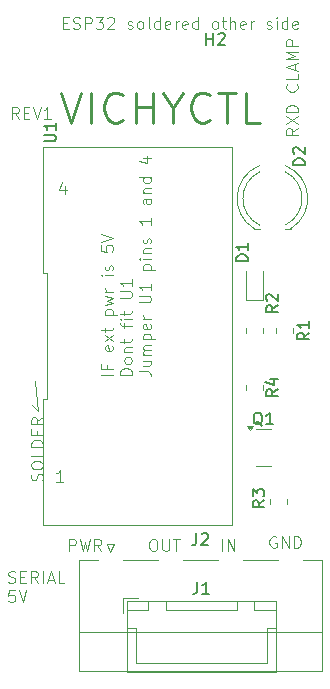
<source format=gbr>
%TF.GenerationSoftware,KiCad,Pcbnew,8.0.8+1*%
%TF.CreationDate,2025-02-28T13:13:44+11:00*%
%TF.ProjectId,vichyctl,76696368-7963-4746-9c2e-6b696361645f,rev?*%
%TF.SameCoordinates,Original*%
%TF.FileFunction,Legend,Top*%
%TF.FilePolarity,Positive*%
%FSLAX46Y46*%
G04 Gerber Fmt 4.6, Leading zero omitted, Abs format (unit mm)*
G04 Created by KiCad (PCBNEW 8.0.8+1) date 2025-02-28 13:13:44*
%MOMM*%
%LPD*%
G01*
G04 APERTURE LIST*
%ADD10C,0.100000*%
%ADD11C,0.254000*%
%ADD12C,0.150000*%
%ADD13C,0.120000*%
G04 APERTURE END LIST*
D10*
X122428000Y-75184000D02*
X122936000Y-75692000D01*
X122682000Y-73152000D02*
X122936000Y-75692000D01*
X121271312Y-50926419D02*
X120937979Y-50450228D01*
X120699884Y-50926419D02*
X120699884Y-49926419D01*
X120699884Y-49926419D02*
X121080836Y-49926419D01*
X121080836Y-49926419D02*
X121176074Y-49974038D01*
X121176074Y-49974038D02*
X121223693Y-50021657D01*
X121223693Y-50021657D02*
X121271312Y-50116895D01*
X121271312Y-50116895D02*
X121271312Y-50259752D01*
X121271312Y-50259752D02*
X121223693Y-50354990D01*
X121223693Y-50354990D02*
X121176074Y-50402609D01*
X121176074Y-50402609D02*
X121080836Y-50450228D01*
X121080836Y-50450228D02*
X120699884Y-50450228D01*
X121699884Y-50402609D02*
X122033217Y-50402609D01*
X122176074Y-50926419D02*
X121699884Y-50926419D01*
X121699884Y-50926419D02*
X121699884Y-49926419D01*
X121699884Y-49926419D02*
X122176074Y-49926419D01*
X122461789Y-49926419D02*
X122795122Y-50926419D01*
X122795122Y-50926419D02*
X123128455Y-49926419D01*
X123985598Y-50926419D02*
X123414170Y-50926419D01*
X123699884Y-50926419D02*
X123699884Y-49926419D01*
X123699884Y-49926419D02*
X123604646Y-50069276D01*
X123604646Y-50069276D02*
X123509408Y-50164514D01*
X123509408Y-50164514D02*
X123414170Y-50212133D01*
X125033693Y-81660419D02*
X124462265Y-81660419D01*
X124747979Y-81660419D02*
X124747979Y-80660419D01*
X124747979Y-80660419D02*
X124652741Y-80803276D01*
X124652741Y-80803276D02*
X124557503Y-80898514D01*
X124557503Y-80898514D02*
X124462265Y-80946133D01*
X143067693Y-86296038D02*
X142972455Y-86248419D01*
X142972455Y-86248419D02*
X142829598Y-86248419D01*
X142829598Y-86248419D02*
X142686741Y-86296038D01*
X142686741Y-86296038D02*
X142591503Y-86391276D01*
X142591503Y-86391276D02*
X142543884Y-86486514D01*
X142543884Y-86486514D02*
X142496265Y-86676990D01*
X142496265Y-86676990D02*
X142496265Y-86819847D01*
X142496265Y-86819847D02*
X142543884Y-87010323D01*
X142543884Y-87010323D02*
X142591503Y-87105561D01*
X142591503Y-87105561D02*
X142686741Y-87200800D01*
X142686741Y-87200800D02*
X142829598Y-87248419D01*
X142829598Y-87248419D02*
X142924836Y-87248419D01*
X142924836Y-87248419D02*
X143067693Y-87200800D01*
X143067693Y-87200800D02*
X143115312Y-87153180D01*
X143115312Y-87153180D02*
X143115312Y-86819847D01*
X143115312Y-86819847D02*
X142924836Y-86819847D01*
X143543884Y-87248419D02*
X143543884Y-86248419D01*
X143543884Y-86248419D02*
X144115312Y-87248419D01*
X144115312Y-87248419D02*
X144115312Y-86248419D01*
X144591503Y-87248419D02*
X144591503Y-86248419D01*
X144591503Y-86248419D02*
X144829598Y-86248419D01*
X144829598Y-86248419D02*
X144972455Y-86296038D01*
X144972455Y-86296038D02*
X145067693Y-86391276D01*
X145067693Y-86391276D02*
X145115312Y-86486514D01*
X145115312Y-86486514D02*
X145162931Y-86676990D01*
X145162931Y-86676990D02*
X145162931Y-86819847D01*
X145162931Y-86819847D02*
X145115312Y-87010323D01*
X145115312Y-87010323D02*
X145067693Y-87105561D01*
X145067693Y-87105561D02*
X144972455Y-87200800D01*
X144972455Y-87200800D02*
X144829598Y-87248419D01*
X144829598Y-87248419D02*
X144591503Y-87248419D01*
X125192455Y-56609752D02*
X125192455Y-57276419D01*
X124954360Y-56228800D02*
X124716265Y-56943085D01*
X124716265Y-56943085D02*
X125335312Y-56943085D01*
X129240531Y-72594115D02*
X128240531Y-72594115D01*
X128716721Y-71784592D02*
X128716721Y-72117925D01*
X129240531Y-72117925D02*
X128240531Y-72117925D01*
X128240531Y-72117925D02*
X128240531Y-71641735D01*
X129192912Y-70117925D02*
X129240531Y-70213163D01*
X129240531Y-70213163D02*
X129240531Y-70403639D01*
X129240531Y-70403639D02*
X129192912Y-70498877D01*
X129192912Y-70498877D02*
X129097673Y-70546496D01*
X129097673Y-70546496D02*
X128716721Y-70546496D01*
X128716721Y-70546496D02*
X128621483Y-70498877D01*
X128621483Y-70498877D02*
X128573864Y-70403639D01*
X128573864Y-70403639D02*
X128573864Y-70213163D01*
X128573864Y-70213163D02*
X128621483Y-70117925D01*
X128621483Y-70117925D02*
X128716721Y-70070306D01*
X128716721Y-70070306D02*
X128811959Y-70070306D01*
X128811959Y-70070306D02*
X128907197Y-70546496D01*
X129240531Y-69736972D02*
X128573864Y-69213163D01*
X128573864Y-69736972D02*
X129240531Y-69213163D01*
X128573864Y-68975067D02*
X128573864Y-68594115D01*
X128240531Y-68832210D02*
X129097673Y-68832210D01*
X129097673Y-68832210D02*
X129192912Y-68784591D01*
X129192912Y-68784591D02*
X129240531Y-68689353D01*
X129240531Y-68689353D02*
X129240531Y-68594115D01*
X128573864Y-67498876D02*
X129573864Y-67498876D01*
X128621483Y-67498876D02*
X128573864Y-67403638D01*
X128573864Y-67403638D02*
X128573864Y-67213162D01*
X128573864Y-67213162D02*
X128621483Y-67117924D01*
X128621483Y-67117924D02*
X128669102Y-67070305D01*
X128669102Y-67070305D02*
X128764340Y-67022686D01*
X128764340Y-67022686D02*
X129050054Y-67022686D01*
X129050054Y-67022686D02*
X129145292Y-67070305D01*
X129145292Y-67070305D02*
X129192912Y-67117924D01*
X129192912Y-67117924D02*
X129240531Y-67213162D01*
X129240531Y-67213162D02*
X129240531Y-67403638D01*
X129240531Y-67403638D02*
X129192912Y-67498876D01*
X128573864Y-66689352D02*
X129240531Y-66498876D01*
X129240531Y-66498876D02*
X128764340Y-66308400D01*
X128764340Y-66308400D02*
X129240531Y-66117924D01*
X129240531Y-66117924D02*
X128573864Y-65927448D01*
X129240531Y-65546495D02*
X128573864Y-65546495D01*
X128764340Y-65546495D02*
X128669102Y-65498876D01*
X128669102Y-65498876D02*
X128621483Y-65451257D01*
X128621483Y-65451257D02*
X128573864Y-65356019D01*
X128573864Y-65356019D02*
X128573864Y-65260781D01*
X129240531Y-64165542D02*
X128573864Y-64165542D01*
X128240531Y-64165542D02*
X128288150Y-64213161D01*
X128288150Y-64213161D02*
X128335769Y-64165542D01*
X128335769Y-64165542D02*
X128288150Y-64117923D01*
X128288150Y-64117923D02*
X128240531Y-64165542D01*
X128240531Y-64165542D02*
X128335769Y-64165542D01*
X129192912Y-63736971D02*
X129240531Y-63641733D01*
X129240531Y-63641733D02*
X129240531Y-63451257D01*
X129240531Y-63451257D02*
X129192912Y-63356019D01*
X129192912Y-63356019D02*
X129097673Y-63308400D01*
X129097673Y-63308400D02*
X129050054Y-63308400D01*
X129050054Y-63308400D02*
X128954816Y-63356019D01*
X128954816Y-63356019D02*
X128907197Y-63451257D01*
X128907197Y-63451257D02*
X128907197Y-63594114D01*
X128907197Y-63594114D02*
X128859578Y-63689352D01*
X128859578Y-63689352D02*
X128764340Y-63736971D01*
X128764340Y-63736971D02*
X128716721Y-63736971D01*
X128716721Y-63736971D02*
X128621483Y-63689352D01*
X128621483Y-63689352D02*
X128573864Y-63594114D01*
X128573864Y-63594114D02*
X128573864Y-63451257D01*
X128573864Y-63451257D02*
X128621483Y-63356019D01*
X128240531Y-61641733D02*
X128240531Y-62117923D01*
X128240531Y-62117923D02*
X128716721Y-62165542D01*
X128716721Y-62165542D02*
X128669102Y-62117923D01*
X128669102Y-62117923D02*
X128621483Y-62022685D01*
X128621483Y-62022685D02*
X128621483Y-61784590D01*
X128621483Y-61784590D02*
X128669102Y-61689352D01*
X128669102Y-61689352D02*
X128716721Y-61641733D01*
X128716721Y-61641733D02*
X128811959Y-61594114D01*
X128811959Y-61594114D02*
X129050054Y-61594114D01*
X129050054Y-61594114D02*
X129145292Y-61641733D01*
X129145292Y-61641733D02*
X129192912Y-61689352D01*
X129192912Y-61689352D02*
X129240531Y-61784590D01*
X129240531Y-61784590D02*
X129240531Y-62022685D01*
X129240531Y-62022685D02*
X129192912Y-62117923D01*
X129192912Y-62117923D02*
X129145292Y-62165542D01*
X128240531Y-61308399D02*
X129240531Y-60975066D01*
X129240531Y-60975066D02*
X128240531Y-60641733D01*
X130850475Y-72594115D02*
X129850475Y-72594115D01*
X129850475Y-72594115D02*
X129850475Y-72356020D01*
X129850475Y-72356020D02*
X129898094Y-72213163D01*
X129898094Y-72213163D02*
X129993332Y-72117925D01*
X129993332Y-72117925D02*
X130088570Y-72070306D01*
X130088570Y-72070306D02*
X130279046Y-72022687D01*
X130279046Y-72022687D02*
X130421903Y-72022687D01*
X130421903Y-72022687D02*
X130612379Y-72070306D01*
X130612379Y-72070306D02*
X130707617Y-72117925D01*
X130707617Y-72117925D02*
X130802856Y-72213163D01*
X130802856Y-72213163D02*
X130850475Y-72356020D01*
X130850475Y-72356020D02*
X130850475Y-72594115D01*
X130850475Y-71451258D02*
X130802856Y-71546496D01*
X130802856Y-71546496D02*
X130755236Y-71594115D01*
X130755236Y-71594115D02*
X130659998Y-71641734D01*
X130659998Y-71641734D02*
X130374284Y-71641734D01*
X130374284Y-71641734D02*
X130279046Y-71594115D01*
X130279046Y-71594115D02*
X130231427Y-71546496D01*
X130231427Y-71546496D02*
X130183808Y-71451258D01*
X130183808Y-71451258D02*
X130183808Y-71308401D01*
X130183808Y-71308401D02*
X130231427Y-71213163D01*
X130231427Y-71213163D02*
X130279046Y-71165544D01*
X130279046Y-71165544D02*
X130374284Y-71117925D01*
X130374284Y-71117925D02*
X130659998Y-71117925D01*
X130659998Y-71117925D02*
X130755236Y-71165544D01*
X130755236Y-71165544D02*
X130802856Y-71213163D01*
X130802856Y-71213163D02*
X130850475Y-71308401D01*
X130850475Y-71308401D02*
X130850475Y-71451258D01*
X130183808Y-70689353D02*
X130850475Y-70689353D01*
X130279046Y-70689353D02*
X130231427Y-70641734D01*
X130231427Y-70641734D02*
X130183808Y-70546496D01*
X130183808Y-70546496D02*
X130183808Y-70403639D01*
X130183808Y-70403639D02*
X130231427Y-70308401D01*
X130231427Y-70308401D02*
X130326665Y-70260782D01*
X130326665Y-70260782D02*
X130850475Y-70260782D01*
X130183808Y-69927448D02*
X130183808Y-69546496D01*
X129850475Y-69784591D02*
X130707617Y-69784591D01*
X130707617Y-69784591D02*
X130802856Y-69736972D01*
X130802856Y-69736972D02*
X130850475Y-69641734D01*
X130850475Y-69641734D02*
X130850475Y-69546496D01*
X130183808Y-68594114D02*
X130183808Y-68213162D01*
X130850475Y-68451257D02*
X129993332Y-68451257D01*
X129993332Y-68451257D02*
X129898094Y-68403638D01*
X129898094Y-68403638D02*
X129850475Y-68308400D01*
X129850475Y-68308400D02*
X129850475Y-68213162D01*
X130850475Y-67879828D02*
X130183808Y-67879828D01*
X129850475Y-67879828D02*
X129898094Y-67927447D01*
X129898094Y-67927447D02*
X129945713Y-67879828D01*
X129945713Y-67879828D02*
X129898094Y-67832209D01*
X129898094Y-67832209D02*
X129850475Y-67879828D01*
X129850475Y-67879828D02*
X129945713Y-67879828D01*
X130183808Y-67546495D02*
X130183808Y-67165543D01*
X129850475Y-67403638D02*
X130707617Y-67403638D01*
X130707617Y-67403638D02*
X130802856Y-67356019D01*
X130802856Y-67356019D02*
X130850475Y-67260781D01*
X130850475Y-67260781D02*
X130850475Y-67165543D01*
X129850475Y-66070304D02*
X130659998Y-66070304D01*
X130659998Y-66070304D02*
X130755236Y-66022685D01*
X130755236Y-66022685D02*
X130802856Y-65975066D01*
X130802856Y-65975066D02*
X130850475Y-65879828D01*
X130850475Y-65879828D02*
X130850475Y-65689352D01*
X130850475Y-65689352D02*
X130802856Y-65594114D01*
X130802856Y-65594114D02*
X130755236Y-65546495D01*
X130755236Y-65546495D02*
X130659998Y-65498876D01*
X130659998Y-65498876D02*
X129850475Y-65498876D01*
X130850475Y-64498876D02*
X130850475Y-65070304D01*
X130850475Y-64784590D02*
X129850475Y-64784590D01*
X129850475Y-64784590D02*
X129993332Y-64879828D01*
X129993332Y-64879828D02*
X130088570Y-64975066D01*
X130088570Y-64975066D02*
X130136189Y-65070304D01*
X131460419Y-72308401D02*
X132174704Y-72308401D01*
X132174704Y-72308401D02*
X132317561Y-72356020D01*
X132317561Y-72356020D02*
X132412800Y-72451258D01*
X132412800Y-72451258D02*
X132460419Y-72594115D01*
X132460419Y-72594115D02*
X132460419Y-72689353D01*
X131793752Y-71403639D02*
X132460419Y-71403639D01*
X131793752Y-71832210D02*
X132317561Y-71832210D01*
X132317561Y-71832210D02*
X132412800Y-71784591D01*
X132412800Y-71784591D02*
X132460419Y-71689353D01*
X132460419Y-71689353D02*
X132460419Y-71546496D01*
X132460419Y-71546496D02*
X132412800Y-71451258D01*
X132412800Y-71451258D02*
X132365180Y-71403639D01*
X132460419Y-70927448D02*
X131793752Y-70927448D01*
X131888990Y-70927448D02*
X131841371Y-70879829D01*
X131841371Y-70879829D02*
X131793752Y-70784591D01*
X131793752Y-70784591D02*
X131793752Y-70641734D01*
X131793752Y-70641734D02*
X131841371Y-70546496D01*
X131841371Y-70546496D02*
X131936609Y-70498877D01*
X131936609Y-70498877D02*
X132460419Y-70498877D01*
X131936609Y-70498877D02*
X131841371Y-70451258D01*
X131841371Y-70451258D02*
X131793752Y-70356020D01*
X131793752Y-70356020D02*
X131793752Y-70213163D01*
X131793752Y-70213163D02*
X131841371Y-70117924D01*
X131841371Y-70117924D02*
X131936609Y-70070305D01*
X131936609Y-70070305D02*
X132460419Y-70070305D01*
X131793752Y-69594115D02*
X132793752Y-69594115D01*
X131841371Y-69594115D02*
X131793752Y-69498877D01*
X131793752Y-69498877D02*
X131793752Y-69308401D01*
X131793752Y-69308401D02*
X131841371Y-69213163D01*
X131841371Y-69213163D02*
X131888990Y-69165544D01*
X131888990Y-69165544D02*
X131984228Y-69117925D01*
X131984228Y-69117925D02*
X132269942Y-69117925D01*
X132269942Y-69117925D02*
X132365180Y-69165544D01*
X132365180Y-69165544D02*
X132412800Y-69213163D01*
X132412800Y-69213163D02*
X132460419Y-69308401D01*
X132460419Y-69308401D02*
X132460419Y-69498877D01*
X132460419Y-69498877D02*
X132412800Y-69594115D01*
X132412800Y-68308401D02*
X132460419Y-68403639D01*
X132460419Y-68403639D02*
X132460419Y-68594115D01*
X132460419Y-68594115D02*
X132412800Y-68689353D01*
X132412800Y-68689353D02*
X132317561Y-68736972D01*
X132317561Y-68736972D02*
X131936609Y-68736972D01*
X131936609Y-68736972D02*
X131841371Y-68689353D01*
X131841371Y-68689353D02*
X131793752Y-68594115D01*
X131793752Y-68594115D02*
X131793752Y-68403639D01*
X131793752Y-68403639D02*
X131841371Y-68308401D01*
X131841371Y-68308401D02*
X131936609Y-68260782D01*
X131936609Y-68260782D02*
X132031847Y-68260782D01*
X132031847Y-68260782D02*
X132127085Y-68736972D01*
X132460419Y-67832210D02*
X131793752Y-67832210D01*
X131984228Y-67832210D02*
X131888990Y-67784591D01*
X131888990Y-67784591D02*
X131841371Y-67736972D01*
X131841371Y-67736972D02*
X131793752Y-67641734D01*
X131793752Y-67641734D02*
X131793752Y-67546496D01*
X131460419Y-66451257D02*
X132269942Y-66451257D01*
X132269942Y-66451257D02*
X132365180Y-66403638D01*
X132365180Y-66403638D02*
X132412800Y-66356019D01*
X132412800Y-66356019D02*
X132460419Y-66260781D01*
X132460419Y-66260781D02*
X132460419Y-66070305D01*
X132460419Y-66070305D02*
X132412800Y-65975067D01*
X132412800Y-65975067D02*
X132365180Y-65927448D01*
X132365180Y-65927448D02*
X132269942Y-65879829D01*
X132269942Y-65879829D02*
X131460419Y-65879829D01*
X132460419Y-64879829D02*
X132460419Y-65451257D01*
X132460419Y-65165543D02*
X131460419Y-65165543D01*
X131460419Y-65165543D02*
X131603276Y-65260781D01*
X131603276Y-65260781D02*
X131698514Y-65356019D01*
X131698514Y-65356019D02*
X131746133Y-65451257D01*
X131793752Y-63689352D02*
X132793752Y-63689352D01*
X131841371Y-63689352D02*
X131793752Y-63594114D01*
X131793752Y-63594114D02*
X131793752Y-63403638D01*
X131793752Y-63403638D02*
X131841371Y-63308400D01*
X131841371Y-63308400D02*
X131888990Y-63260781D01*
X131888990Y-63260781D02*
X131984228Y-63213162D01*
X131984228Y-63213162D02*
X132269942Y-63213162D01*
X132269942Y-63213162D02*
X132365180Y-63260781D01*
X132365180Y-63260781D02*
X132412800Y-63308400D01*
X132412800Y-63308400D02*
X132460419Y-63403638D01*
X132460419Y-63403638D02*
X132460419Y-63594114D01*
X132460419Y-63594114D02*
X132412800Y-63689352D01*
X132460419Y-62784590D02*
X131793752Y-62784590D01*
X131460419Y-62784590D02*
X131508038Y-62832209D01*
X131508038Y-62832209D02*
X131555657Y-62784590D01*
X131555657Y-62784590D02*
X131508038Y-62736971D01*
X131508038Y-62736971D02*
X131460419Y-62784590D01*
X131460419Y-62784590D02*
X131555657Y-62784590D01*
X131793752Y-62308400D02*
X132460419Y-62308400D01*
X131888990Y-62308400D02*
X131841371Y-62260781D01*
X131841371Y-62260781D02*
X131793752Y-62165543D01*
X131793752Y-62165543D02*
X131793752Y-62022686D01*
X131793752Y-62022686D02*
X131841371Y-61927448D01*
X131841371Y-61927448D02*
X131936609Y-61879829D01*
X131936609Y-61879829D02*
X132460419Y-61879829D01*
X132412800Y-61451257D02*
X132460419Y-61356019D01*
X132460419Y-61356019D02*
X132460419Y-61165543D01*
X132460419Y-61165543D02*
X132412800Y-61070305D01*
X132412800Y-61070305D02*
X132317561Y-61022686D01*
X132317561Y-61022686D02*
X132269942Y-61022686D01*
X132269942Y-61022686D02*
X132174704Y-61070305D01*
X132174704Y-61070305D02*
X132127085Y-61165543D01*
X132127085Y-61165543D02*
X132127085Y-61308400D01*
X132127085Y-61308400D02*
X132079466Y-61403638D01*
X132079466Y-61403638D02*
X131984228Y-61451257D01*
X131984228Y-61451257D02*
X131936609Y-61451257D01*
X131936609Y-61451257D02*
X131841371Y-61403638D01*
X131841371Y-61403638D02*
X131793752Y-61308400D01*
X131793752Y-61308400D02*
X131793752Y-61165543D01*
X131793752Y-61165543D02*
X131841371Y-61070305D01*
X132460419Y-59308400D02*
X132460419Y-59879828D01*
X132460419Y-59594114D02*
X131460419Y-59594114D01*
X131460419Y-59594114D02*
X131603276Y-59689352D01*
X131603276Y-59689352D02*
X131698514Y-59784590D01*
X131698514Y-59784590D02*
X131746133Y-59879828D01*
X132460419Y-57689352D02*
X131936609Y-57689352D01*
X131936609Y-57689352D02*
X131841371Y-57736971D01*
X131841371Y-57736971D02*
X131793752Y-57832209D01*
X131793752Y-57832209D02*
X131793752Y-58022685D01*
X131793752Y-58022685D02*
X131841371Y-58117923D01*
X132412800Y-57689352D02*
X132460419Y-57784590D01*
X132460419Y-57784590D02*
X132460419Y-58022685D01*
X132460419Y-58022685D02*
X132412800Y-58117923D01*
X132412800Y-58117923D02*
X132317561Y-58165542D01*
X132317561Y-58165542D02*
X132222323Y-58165542D01*
X132222323Y-58165542D02*
X132127085Y-58117923D01*
X132127085Y-58117923D02*
X132079466Y-58022685D01*
X132079466Y-58022685D02*
X132079466Y-57784590D01*
X132079466Y-57784590D02*
X132031847Y-57689352D01*
X131793752Y-57213161D02*
X132460419Y-57213161D01*
X131888990Y-57213161D02*
X131841371Y-57165542D01*
X131841371Y-57165542D02*
X131793752Y-57070304D01*
X131793752Y-57070304D02*
X131793752Y-56927447D01*
X131793752Y-56927447D02*
X131841371Y-56832209D01*
X131841371Y-56832209D02*
X131936609Y-56784590D01*
X131936609Y-56784590D02*
X132460419Y-56784590D01*
X132460419Y-55879828D02*
X131460419Y-55879828D01*
X132412800Y-55879828D02*
X132460419Y-55975066D01*
X132460419Y-55975066D02*
X132460419Y-56165542D01*
X132460419Y-56165542D02*
X132412800Y-56260780D01*
X132412800Y-56260780D02*
X132365180Y-56308399D01*
X132365180Y-56308399D02*
X132269942Y-56356018D01*
X132269942Y-56356018D02*
X131984228Y-56356018D01*
X131984228Y-56356018D02*
X131888990Y-56308399D01*
X131888990Y-56308399D02*
X131841371Y-56260780D01*
X131841371Y-56260780D02*
X131793752Y-56165542D01*
X131793752Y-56165542D02*
X131793752Y-55975066D01*
X131793752Y-55975066D02*
X131841371Y-55879828D01*
X131793752Y-54213161D02*
X132460419Y-54213161D01*
X131412800Y-54451256D02*
X132127085Y-54689351D01*
X132127085Y-54689351D02*
X132127085Y-54070304D01*
D11*
X124869009Y-48697944D02*
X125715676Y-51237944D01*
X125715676Y-51237944D02*
X126562343Y-48697944D01*
X127409009Y-51237944D02*
X127409009Y-48697944D01*
X130069962Y-50996039D02*
X129949010Y-51116992D01*
X129949010Y-51116992D02*
X129586152Y-51237944D01*
X129586152Y-51237944D02*
X129344248Y-51237944D01*
X129344248Y-51237944D02*
X128981391Y-51116992D01*
X128981391Y-51116992D02*
X128739486Y-50875087D01*
X128739486Y-50875087D02*
X128618533Y-50633182D01*
X128618533Y-50633182D02*
X128497581Y-50149372D01*
X128497581Y-50149372D02*
X128497581Y-49786515D01*
X128497581Y-49786515D02*
X128618533Y-49302706D01*
X128618533Y-49302706D02*
X128739486Y-49060801D01*
X128739486Y-49060801D02*
X128981391Y-48818896D01*
X128981391Y-48818896D02*
X129344248Y-48697944D01*
X129344248Y-48697944D02*
X129586152Y-48697944D01*
X129586152Y-48697944D02*
X129949010Y-48818896D01*
X129949010Y-48818896D02*
X130069962Y-48939849D01*
X131158533Y-51237944D02*
X131158533Y-48697944D01*
X131158533Y-49907468D02*
X132609962Y-49907468D01*
X132609962Y-51237944D02*
X132609962Y-48697944D01*
X134303295Y-50028420D02*
X134303295Y-51237944D01*
X133456628Y-48697944D02*
X134303295Y-50028420D01*
X134303295Y-50028420D02*
X135149962Y-48697944D01*
X137448057Y-50996039D02*
X137327105Y-51116992D01*
X137327105Y-51116992D02*
X136964247Y-51237944D01*
X136964247Y-51237944D02*
X136722343Y-51237944D01*
X136722343Y-51237944D02*
X136359486Y-51116992D01*
X136359486Y-51116992D02*
X136117581Y-50875087D01*
X136117581Y-50875087D02*
X135996628Y-50633182D01*
X135996628Y-50633182D02*
X135875676Y-50149372D01*
X135875676Y-50149372D02*
X135875676Y-49786515D01*
X135875676Y-49786515D02*
X135996628Y-49302706D01*
X135996628Y-49302706D02*
X136117581Y-49060801D01*
X136117581Y-49060801D02*
X136359486Y-48818896D01*
X136359486Y-48818896D02*
X136722343Y-48697944D01*
X136722343Y-48697944D02*
X136964247Y-48697944D01*
X136964247Y-48697944D02*
X137327105Y-48818896D01*
X137327105Y-48818896D02*
X137448057Y-48939849D01*
X138173771Y-48697944D02*
X139625200Y-48697944D01*
X138899486Y-51237944D02*
X138899486Y-48697944D01*
X141681390Y-51237944D02*
X140471866Y-51237944D01*
X140471866Y-51237944D02*
X140471866Y-48697944D01*
D10*
X138479884Y-87502419D02*
X138479884Y-86502419D01*
X138956074Y-87502419D02*
X138956074Y-86502419D01*
X138956074Y-86502419D02*
X139527502Y-87502419D01*
X139527502Y-87502419D02*
X139527502Y-86502419D01*
X125017884Y-42782609D02*
X125351217Y-42782609D01*
X125494074Y-43306419D02*
X125017884Y-43306419D01*
X125017884Y-43306419D02*
X125017884Y-42306419D01*
X125017884Y-42306419D02*
X125494074Y-42306419D01*
X125875027Y-43258800D02*
X126017884Y-43306419D01*
X126017884Y-43306419D02*
X126255979Y-43306419D01*
X126255979Y-43306419D02*
X126351217Y-43258800D01*
X126351217Y-43258800D02*
X126398836Y-43211180D01*
X126398836Y-43211180D02*
X126446455Y-43115942D01*
X126446455Y-43115942D02*
X126446455Y-43020704D01*
X126446455Y-43020704D02*
X126398836Y-42925466D01*
X126398836Y-42925466D02*
X126351217Y-42877847D01*
X126351217Y-42877847D02*
X126255979Y-42830228D01*
X126255979Y-42830228D02*
X126065503Y-42782609D01*
X126065503Y-42782609D02*
X125970265Y-42734990D01*
X125970265Y-42734990D02*
X125922646Y-42687371D01*
X125922646Y-42687371D02*
X125875027Y-42592133D01*
X125875027Y-42592133D02*
X125875027Y-42496895D01*
X125875027Y-42496895D02*
X125922646Y-42401657D01*
X125922646Y-42401657D02*
X125970265Y-42354038D01*
X125970265Y-42354038D02*
X126065503Y-42306419D01*
X126065503Y-42306419D02*
X126303598Y-42306419D01*
X126303598Y-42306419D02*
X126446455Y-42354038D01*
X126875027Y-43306419D02*
X126875027Y-42306419D01*
X126875027Y-42306419D02*
X127255979Y-42306419D01*
X127255979Y-42306419D02*
X127351217Y-42354038D01*
X127351217Y-42354038D02*
X127398836Y-42401657D01*
X127398836Y-42401657D02*
X127446455Y-42496895D01*
X127446455Y-42496895D02*
X127446455Y-42639752D01*
X127446455Y-42639752D02*
X127398836Y-42734990D01*
X127398836Y-42734990D02*
X127351217Y-42782609D01*
X127351217Y-42782609D02*
X127255979Y-42830228D01*
X127255979Y-42830228D02*
X126875027Y-42830228D01*
X127779789Y-42306419D02*
X128398836Y-42306419D01*
X128398836Y-42306419D02*
X128065503Y-42687371D01*
X128065503Y-42687371D02*
X128208360Y-42687371D01*
X128208360Y-42687371D02*
X128303598Y-42734990D01*
X128303598Y-42734990D02*
X128351217Y-42782609D01*
X128351217Y-42782609D02*
X128398836Y-42877847D01*
X128398836Y-42877847D02*
X128398836Y-43115942D01*
X128398836Y-43115942D02*
X128351217Y-43211180D01*
X128351217Y-43211180D02*
X128303598Y-43258800D01*
X128303598Y-43258800D02*
X128208360Y-43306419D01*
X128208360Y-43306419D02*
X127922646Y-43306419D01*
X127922646Y-43306419D02*
X127827408Y-43258800D01*
X127827408Y-43258800D02*
X127779789Y-43211180D01*
X128779789Y-42401657D02*
X128827408Y-42354038D01*
X128827408Y-42354038D02*
X128922646Y-42306419D01*
X128922646Y-42306419D02*
X129160741Y-42306419D01*
X129160741Y-42306419D02*
X129255979Y-42354038D01*
X129255979Y-42354038D02*
X129303598Y-42401657D01*
X129303598Y-42401657D02*
X129351217Y-42496895D01*
X129351217Y-42496895D02*
X129351217Y-42592133D01*
X129351217Y-42592133D02*
X129303598Y-42734990D01*
X129303598Y-42734990D02*
X128732170Y-43306419D01*
X128732170Y-43306419D02*
X129351217Y-43306419D01*
X130494075Y-43258800D02*
X130589313Y-43306419D01*
X130589313Y-43306419D02*
X130779789Y-43306419D01*
X130779789Y-43306419D02*
X130875027Y-43258800D01*
X130875027Y-43258800D02*
X130922646Y-43163561D01*
X130922646Y-43163561D02*
X130922646Y-43115942D01*
X130922646Y-43115942D02*
X130875027Y-43020704D01*
X130875027Y-43020704D02*
X130779789Y-42973085D01*
X130779789Y-42973085D02*
X130636932Y-42973085D01*
X130636932Y-42973085D02*
X130541694Y-42925466D01*
X130541694Y-42925466D02*
X130494075Y-42830228D01*
X130494075Y-42830228D02*
X130494075Y-42782609D01*
X130494075Y-42782609D02*
X130541694Y-42687371D01*
X130541694Y-42687371D02*
X130636932Y-42639752D01*
X130636932Y-42639752D02*
X130779789Y-42639752D01*
X130779789Y-42639752D02*
X130875027Y-42687371D01*
X131494075Y-43306419D02*
X131398837Y-43258800D01*
X131398837Y-43258800D02*
X131351218Y-43211180D01*
X131351218Y-43211180D02*
X131303599Y-43115942D01*
X131303599Y-43115942D02*
X131303599Y-42830228D01*
X131303599Y-42830228D02*
X131351218Y-42734990D01*
X131351218Y-42734990D02*
X131398837Y-42687371D01*
X131398837Y-42687371D02*
X131494075Y-42639752D01*
X131494075Y-42639752D02*
X131636932Y-42639752D01*
X131636932Y-42639752D02*
X131732170Y-42687371D01*
X131732170Y-42687371D02*
X131779789Y-42734990D01*
X131779789Y-42734990D02*
X131827408Y-42830228D01*
X131827408Y-42830228D02*
X131827408Y-43115942D01*
X131827408Y-43115942D02*
X131779789Y-43211180D01*
X131779789Y-43211180D02*
X131732170Y-43258800D01*
X131732170Y-43258800D02*
X131636932Y-43306419D01*
X131636932Y-43306419D02*
X131494075Y-43306419D01*
X132398837Y-43306419D02*
X132303599Y-43258800D01*
X132303599Y-43258800D02*
X132255980Y-43163561D01*
X132255980Y-43163561D02*
X132255980Y-42306419D01*
X133208361Y-43306419D02*
X133208361Y-42306419D01*
X133208361Y-43258800D02*
X133113123Y-43306419D01*
X133113123Y-43306419D02*
X132922647Y-43306419D01*
X132922647Y-43306419D02*
X132827409Y-43258800D01*
X132827409Y-43258800D02*
X132779790Y-43211180D01*
X132779790Y-43211180D02*
X132732171Y-43115942D01*
X132732171Y-43115942D02*
X132732171Y-42830228D01*
X132732171Y-42830228D02*
X132779790Y-42734990D01*
X132779790Y-42734990D02*
X132827409Y-42687371D01*
X132827409Y-42687371D02*
X132922647Y-42639752D01*
X132922647Y-42639752D02*
X133113123Y-42639752D01*
X133113123Y-42639752D02*
X133208361Y-42687371D01*
X134065504Y-43258800D02*
X133970266Y-43306419D01*
X133970266Y-43306419D02*
X133779790Y-43306419D01*
X133779790Y-43306419D02*
X133684552Y-43258800D01*
X133684552Y-43258800D02*
X133636933Y-43163561D01*
X133636933Y-43163561D02*
X133636933Y-42782609D01*
X133636933Y-42782609D02*
X133684552Y-42687371D01*
X133684552Y-42687371D02*
X133779790Y-42639752D01*
X133779790Y-42639752D02*
X133970266Y-42639752D01*
X133970266Y-42639752D02*
X134065504Y-42687371D01*
X134065504Y-42687371D02*
X134113123Y-42782609D01*
X134113123Y-42782609D02*
X134113123Y-42877847D01*
X134113123Y-42877847D02*
X133636933Y-42973085D01*
X134541695Y-43306419D02*
X134541695Y-42639752D01*
X134541695Y-42830228D02*
X134589314Y-42734990D01*
X134589314Y-42734990D02*
X134636933Y-42687371D01*
X134636933Y-42687371D02*
X134732171Y-42639752D01*
X134732171Y-42639752D02*
X134827409Y-42639752D01*
X135541695Y-43258800D02*
X135446457Y-43306419D01*
X135446457Y-43306419D02*
X135255981Y-43306419D01*
X135255981Y-43306419D02*
X135160743Y-43258800D01*
X135160743Y-43258800D02*
X135113124Y-43163561D01*
X135113124Y-43163561D02*
X135113124Y-42782609D01*
X135113124Y-42782609D02*
X135160743Y-42687371D01*
X135160743Y-42687371D02*
X135255981Y-42639752D01*
X135255981Y-42639752D02*
X135446457Y-42639752D01*
X135446457Y-42639752D02*
X135541695Y-42687371D01*
X135541695Y-42687371D02*
X135589314Y-42782609D01*
X135589314Y-42782609D02*
X135589314Y-42877847D01*
X135589314Y-42877847D02*
X135113124Y-42973085D01*
X136446457Y-43306419D02*
X136446457Y-42306419D01*
X136446457Y-43258800D02*
X136351219Y-43306419D01*
X136351219Y-43306419D02*
X136160743Y-43306419D01*
X136160743Y-43306419D02*
X136065505Y-43258800D01*
X136065505Y-43258800D02*
X136017886Y-43211180D01*
X136017886Y-43211180D02*
X135970267Y-43115942D01*
X135970267Y-43115942D02*
X135970267Y-42830228D01*
X135970267Y-42830228D02*
X136017886Y-42734990D01*
X136017886Y-42734990D02*
X136065505Y-42687371D01*
X136065505Y-42687371D02*
X136160743Y-42639752D01*
X136160743Y-42639752D02*
X136351219Y-42639752D01*
X136351219Y-42639752D02*
X136446457Y-42687371D01*
X137827410Y-43306419D02*
X137732172Y-43258800D01*
X137732172Y-43258800D02*
X137684553Y-43211180D01*
X137684553Y-43211180D02*
X137636934Y-43115942D01*
X137636934Y-43115942D02*
X137636934Y-42830228D01*
X137636934Y-42830228D02*
X137684553Y-42734990D01*
X137684553Y-42734990D02*
X137732172Y-42687371D01*
X137732172Y-42687371D02*
X137827410Y-42639752D01*
X137827410Y-42639752D02*
X137970267Y-42639752D01*
X137970267Y-42639752D02*
X138065505Y-42687371D01*
X138065505Y-42687371D02*
X138113124Y-42734990D01*
X138113124Y-42734990D02*
X138160743Y-42830228D01*
X138160743Y-42830228D02*
X138160743Y-43115942D01*
X138160743Y-43115942D02*
X138113124Y-43211180D01*
X138113124Y-43211180D02*
X138065505Y-43258800D01*
X138065505Y-43258800D02*
X137970267Y-43306419D01*
X137970267Y-43306419D02*
X137827410Y-43306419D01*
X138446458Y-42639752D02*
X138827410Y-42639752D01*
X138589315Y-42306419D02*
X138589315Y-43163561D01*
X138589315Y-43163561D02*
X138636934Y-43258800D01*
X138636934Y-43258800D02*
X138732172Y-43306419D01*
X138732172Y-43306419D02*
X138827410Y-43306419D01*
X139160744Y-43306419D02*
X139160744Y-42306419D01*
X139589315Y-43306419D02*
X139589315Y-42782609D01*
X139589315Y-42782609D02*
X139541696Y-42687371D01*
X139541696Y-42687371D02*
X139446458Y-42639752D01*
X139446458Y-42639752D02*
X139303601Y-42639752D01*
X139303601Y-42639752D02*
X139208363Y-42687371D01*
X139208363Y-42687371D02*
X139160744Y-42734990D01*
X140446458Y-43258800D02*
X140351220Y-43306419D01*
X140351220Y-43306419D02*
X140160744Y-43306419D01*
X140160744Y-43306419D02*
X140065506Y-43258800D01*
X140065506Y-43258800D02*
X140017887Y-43163561D01*
X140017887Y-43163561D02*
X140017887Y-42782609D01*
X140017887Y-42782609D02*
X140065506Y-42687371D01*
X140065506Y-42687371D02*
X140160744Y-42639752D01*
X140160744Y-42639752D02*
X140351220Y-42639752D01*
X140351220Y-42639752D02*
X140446458Y-42687371D01*
X140446458Y-42687371D02*
X140494077Y-42782609D01*
X140494077Y-42782609D02*
X140494077Y-42877847D01*
X140494077Y-42877847D02*
X140017887Y-42973085D01*
X140922649Y-43306419D02*
X140922649Y-42639752D01*
X140922649Y-42830228D02*
X140970268Y-42734990D01*
X140970268Y-42734990D02*
X141017887Y-42687371D01*
X141017887Y-42687371D02*
X141113125Y-42639752D01*
X141113125Y-42639752D02*
X141208363Y-42639752D01*
X142255983Y-43258800D02*
X142351221Y-43306419D01*
X142351221Y-43306419D02*
X142541697Y-43306419D01*
X142541697Y-43306419D02*
X142636935Y-43258800D01*
X142636935Y-43258800D02*
X142684554Y-43163561D01*
X142684554Y-43163561D02*
X142684554Y-43115942D01*
X142684554Y-43115942D02*
X142636935Y-43020704D01*
X142636935Y-43020704D02*
X142541697Y-42973085D01*
X142541697Y-42973085D02*
X142398840Y-42973085D01*
X142398840Y-42973085D02*
X142303602Y-42925466D01*
X142303602Y-42925466D02*
X142255983Y-42830228D01*
X142255983Y-42830228D02*
X142255983Y-42782609D01*
X142255983Y-42782609D02*
X142303602Y-42687371D01*
X142303602Y-42687371D02*
X142398840Y-42639752D01*
X142398840Y-42639752D02*
X142541697Y-42639752D01*
X142541697Y-42639752D02*
X142636935Y-42687371D01*
X143113126Y-43306419D02*
X143113126Y-42639752D01*
X143113126Y-42306419D02*
X143065507Y-42354038D01*
X143065507Y-42354038D02*
X143113126Y-42401657D01*
X143113126Y-42401657D02*
X143160745Y-42354038D01*
X143160745Y-42354038D02*
X143113126Y-42306419D01*
X143113126Y-42306419D02*
X143113126Y-42401657D01*
X144017887Y-43306419D02*
X144017887Y-42306419D01*
X144017887Y-43258800D02*
X143922649Y-43306419D01*
X143922649Y-43306419D02*
X143732173Y-43306419D01*
X143732173Y-43306419D02*
X143636935Y-43258800D01*
X143636935Y-43258800D02*
X143589316Y-43211180D01*
X143589316Y-43211180D02*
X143541697Y-43115942D01*
X143541697Y-43115942D02*
X143541697Y-42830228D01*
X143541697Y-42830228D02*
X143589316Y-42734990D01*
X143589316Y-42734990D02*
X143636935Y-42687371D01*
X143636935Y-42687371D02*
X143732173Y-42639752D01*
X143732173Y-42639752D02*
X143922649Y-42639752D01*
X143922649Y-42639752D02*
X144017887Y-42687371D01*
X144875030Y-43258800D02*
X144779792Y-43306419D01*
X144779792Y-43306419D02*
X144589316Y-43306419D01*
X144589316Y-43306419D02*
X144494078Y-43258800D01*
X144494078Y-43258800D02*
X144446459Y-43163561D01*
X144446459Y-43163561D02*
X144446459Y-42782609D01*
X144446459Y-42782609D02*
X144494078Y-42687371D01*
X144494078Y-42687371D02*
X144589316Y-42639752D01*
X144589316Y-42639752D02*
X144779792Y-42639752D01*
X144779792Y-42639752D02*
X144875030Y-42687371D01*
X144875030Y-42687371D02*
X144922649Y-42782609D01*
X144922649Y-42782609D02*
X144922649Y-42877847D01*
X144922649Y-42877847D02*
X144446459Y-42973085D01*
X120398265Y-90162856D02*
X120541122Y-90210475D01*
X120541122Y-90210475D02*
X120779217Y-90210475D01*
X120779217Y-90210475D02*
X120874455Y-90162856D01*
X120874455Y-90162856D02*
X120922074Y-90115236D01*
X120922074Y-90115236D02*
X120969693Y-90019998D01*
X120969693Y-90019998D02*
X120969693Y-89924760D01*
X120969693Y-89924760D02*
X120922074Y-89829522D01*
X120922074Y-89829522D02*
X120874455Y-89781903D01*
X120874455Y-89781903D02*
X120779217Y-89734284D01*
X120779217Y-89734284D02*
X120588741Y-89686665D01*
X120588741Y-89686665D02*
X120493503Y-89639046D01*
X120493503Y-89639046D02*
X120445884Y-89591427D01*
X120445884Y-89591427D02*
X120398265Y-89496189D01*
X120398265Y-89496189D02*
X120398265Y-89400951D01*
X120398265Y-89400951D02*
X120445884Y-89305713D01*
X120445884Y-89305713D02*
X120493503Y-89258094D01*
X120493503Y-89258094D02*
X120588741Y-89210475D01*
X120588741Y-89210475D02*
X120826836Y-89210475D01*
X120826836Y-89210475D02*
X120969693Y-89258094D01*
X121398265Y-89686665D02*
X121731598Y-89686665D01*
X121874455Y-90210475D02*
X121398265Y-90210475D01*
X121398265Y-90210475D02*
X121398265Y-89210475D01*
X121398265Y-89210475D02*
X121874455Y-89210475D01*
X122874455Y-90210475D02*
X122541122Y-89734284D01*
X122303027Y-90210475D02*
X122303027Y-89210475D01*
X122303027Y-89210475D02*
X122683979Y-89210475D01*
X122683979Y-89210475D02*
X122779217Y-89258094D01*
X122779217Y-89258094D02*
X122826836Y-89305713D01*
X122826836Y-89305713D02*
X122874455Y-89400951D01*
X122874455Y-89400951D02*
X122874455Y-89543808D01*
X122874455Y-89543808D02*
X122826836Y-89639046D01*
X122826836Y-89639046D02*
X122779217Y-89686665D01*
X122779217Y-89686665D02*
X122683979Y-89734284D01*
X122683979Y-89734284D02*
X122303027Y-89734284D01*
X123303027Y-90210475D02*
X123303027Y-89210475D01*
X123731598Y-89924760D02*
X124207788Y-89924760D01*
X123636360Y-90210475D02*
X123969693Y-89210475D01*
X123969693Y-89210475D02*
X124303026Y-90210475D01*
X125112550Y-90210475D02*
X124636360Y-90210475D01*
X124636360Y-90210475D02*
X124636360Y-89210475D01*
X120922074Y-90820419D02*
X120445884Y-90820419D01*
X120445884Y-90820419D02*
X120398265Y-91296609D01*
X120398265Y-91296609D02*
X120445884Y-91248990D01*
X120445884Y-91248990D02*
X120541122Y-91201371D01*
X120541122Y-91201371D02*
X120779217Y-91201371D01*
X120779217Y-91201371D02*
X120874455Y-91248990D01*
X120874455Y-91248990D02*
X120922074Y-91296609D01*
X120922074Y-91296609D02*
X120969693Y-91391847D01*
X120969693Y-91391847D02*
X120969693Y-91629942D01*
X120969693Y-91629942D02*
X120922074Y-91725180D01*
X120922074Y-91725180D02*
X120874455Y-91772800D01*
X120874455Y-91772800D02*
X120779217Y-91820419D01*
X120779217Y-91820419D02*
X120541122Y-91820419D01*
X120541122Y-91820419D02*
X120445884Y-91772800D01*
X120445884Y-91772800D02*
X120398265Y-91725180D01*
X121255408Y-90820419D02*
X121588741Y-91820419D01*
X121588741Y-91820419D02*
X121922074Y-90820419D01*
X125525884Y-87502419D02*
X125525884Y-86502419D01*
X125525884Y-86502419D02*
X125906836Y-86502419D01*
X125906836Y-86502419D02*
X126002074Y-86550038D01*
X126002074Y-86550038D02*
X126049693Y-86597657D01*
X126049693Y-86597657D02*
X126097312Y-86692895D01*
X126097312Y-86692895D02*
X126097312Y-86835752D01*
X126097312Y-86835752D02*
X126049693Y-86930990D01*
X126049693Y-86930990D02*
X126002074Y-86978609D01*
X126002074Y-86978609D02*
X125906836Y-87026228D01*
X125906836Y-87026228D02*
X125525884Y-87026228D01*
X126430646Y-86502419D02*
X126668741Y-87502419D01*
X126668741Y-87502419D02*
X126859217Y-86788133D01*
X126859217Y-86788133D02*
X127049693Y-87502419D01*
X127049693Y-87502419D02*
X127287789Y-86502419D01*
X128240169Y-87502419D02*
X127906836Y-87026228D01*
X127668741Y-87502419D02*
X127668741Y-86502419D01*
X127668741Y-86502419D02*
X128049693Y-86502419D01*
X128049693Y-86502419D02*
X128144931Y-86550038D01*
X128144931Y-86550038D02*
X128192550Y-86597657D01*
X128192550Y-86597657D02*
X128240169Y-86692895D01*
X128240169Y-86692895D02*
X128240169Y-86835752D01*
X128240169Y-86835752D02*
X128192550Y-86930990D01*
X128192550Y-86930990D02*
X128144931Y-86978609D01*
X128144931Y-86978609D02*
X128049693Y-87026228D01*
X128049693Y-87026228D02*
X127668741Y-87026228D01*
X144906419Y-51702687D02*
X144430228Y-52036020D01*
X144906419Y-52274115D02*
X143906419Y-52274115D01*
X143906419Y-52274115D02*
X143906419Y-51893163D01*
X143906419Y-51893163D02*
X143954038Y-51797925D01*
X143954038Y-51797925D02*
X144001657Y-51750306D01*
X144001657Y-51750306D02*
X144096895Y-51702687D01*
X144096895Y-51702687D02*
X144239752Y-51702687D01*
X144239752Y-51702687D02*
X144334990Y-51750306D01*
X144334990Y-51750306D02*
X144382609Y-51797925D01*
X144382609Y-51797925D02*
X144430228Y-51893163D01*
X144430228Y-51893163D02*
X144430228Y-52274115D01*
X143906419Y-51369353D02*
X144906419Y-50702687D01*
X143906419Y-50702687D02*
X144906419Y-51369353D01*
X144906419Y-50321734D02*
X143906419Y-50321734D01*
X143906419Y-50321734D02*
X143906419Y-50083639D01*
X143906419Y-50083639D02*
X143954038Y-49940782D01*
X143954038Y-49940782D02*
X144049276Y-49845544D01*
X144049276Y-49845544D02*
X144144514Y-49797925D01*
X144144514Y-49797925D02*
X144334990Y-49750306D01*
X144334990Y-49750306D02*
X144477847Y-49750306D01*
X144477847Y-49750306D02*
X144668323Y-49797925D01*
X144668323Y-49797925D02*
X144763561Y-49845544D01*
X144763561Y-49845544D02*
X144858800Y-49940782D01*
X144858800Y-49940782D02*
X144906419Y-50083639D01*
X144906419Y-50083639D02*
X144906419Y-50321734D01*
X144811180Y-47988401D02*
X144858800Y-48036020D01*
X144858800Y-48036020D02*
X144906419Y-48178877D01*
X144906419Y-48178877D02*
X144906419Y-48274115D01*
X144906419Y-48274115D02*
X144858800Y-48416972D01*
X144858800Y-48416972D02*
X144763561Y-48512210D01*
X144763561Y-48512210D02*
X144668323Y-48559829D01*
X144668323Y-48559829D02*
X144477847Y-48607448D01*
X144477847Y-48607448D02*
X144334990Y-48607448D01*
X144334990Y-48607448D02*
X144144514Y-48559829D01*
X144144514Y-48559829D02*
X144049276Y-48512210D01*
X144049276Y-48512210D02*
X143954038Y-48416972D01*
X143954038Y-48416972D02*
X143906419Y-48274115D01*
X143906419Y-48274115D02*
X143906419Y-48178877D01*
X143906419Y-48178877D02*
X143954038Y-48036020D01*
X143954038Y-48036020D02*
X144001657Y-47988401D01*
X144906419Y-47083639D02*
X144906419Y-47559829D01*
X144906419Y-47559829D02*
X143906419Y-47559829D01*
X144620704Y-46797924D02*
X144620704Y-46321734D01*
X144906419Y-46893162D02*
X143906419Y-46559829D01*
X143906419Y-46559829D02*
X144906419Y-46226496D01*
X144906419Y-45893162D02*
X143906419Y-45893162D01*
X143906419Y-45893162D02*
X144620704Y-45559829D01*
X144620704Y-45559829D02*
X143906419Y-45226496D01*
X143906419Y-45226496D02*
X144906419Y-45226496D01*
X144906419Y-44750305D02*
X143906419Y-44750305D01*
X143906419Y-44750305D02*
X143906419Y-44369353D01*
X143906419Y-44369353D02*
X143954038Y-44274115D01*
X143954038Y-44274115D02*
X144001657Y-44226496D01*
X144001657Y-44226496D02*
X144096895Y-44178877D01*
X144096895Y-44178877D02*
X144239752Y-44178877D01*
X144239752Y-44178877D02*
X144334990Y-44226496D01*
X144334990Y-44226496D02*
X144382609Y-44274115D01*
X144382609Y-44274115D02*
X144430228Y-44369353D01*
X144430228Y-44369353D02*
X144430228Y-44750305D01*
X132574360Y-86502419D02*
X132764836Y-86502419D01*
X132764836Y-86502419D02*
X132860074Y-86550038D01*
X132860074Y-86550038D02*
X132955312Y-86645276D01*
X132955312Y-86645276D02*
X133002931Y-86835752D01*
X133002931Y-86835752D02*
X133002931Y-87169085D01*
X133002931Y-87169085D02*
X132955312Y-87359561D01*
X132955312Y-87359561D02*
X132860074Y-87454800D01*
X132860074Y-87454800D02*
X132764836Y-87502419D01*
X132764836Y-87502419D02*
X132574360Y-87502419D01*
X132574360Y-87502419D02*
X132479122Y-87454800D01*
X132479122Y-87454800D02*
X132383884Y-87359561D01*
X132383884Y-87359561D02*
X132336265Y-87169085D01*
X132336265Y-87169085D02*
X132336265Y-86835752D01*
X132336265Y-86835752D02*
X132383884Y-86645276D01*
X132383884Y-86645276D02*
X132479122Y-86550038D01*
X132479122Y-86550038D02*
X132574360Y-86502419D01*
X133431503Y-86502419D02*
X133431503Y-87311942D01*
X133431503Y-87311942D02*
X133479122Y-87407180D01*
X133479122Y-87407180D02*
X133526741Y-87454800D01*
X133526741Y-87454800D02*
X133621979Y-87502419D01*
X133621979Y-87502419D02*
X133812455Y-87502419D01*
X133812455Y-87502419D02*
X133907693Y-87454800D01*
X133907693Y-87454800D02*
X133955312Y-87407180D01*
X133955312Y-87407180D02*
X134002931Y-87311942D01*
X134002931Y-87311942D02*
X134002931Y-86502419D01*
X134336265Y-86502419D02*
X134907693Y-86502419D01*
X134621979Y-87502419D02*
X134621979Y-86502419D01*
X123268800Y-81531734D02*
X123316419Y-81388877D01*
X123316419Y-81388877D02*
X123316419Y-81150782D01*
X123316419Y-81150782D02*
X123268800Y-81055544D01*
X123268800Y-81055544D02*
X123221180Y-81007925D01*
X123221180Y-81007925D02*
X123125942Y-80960306D01*
X123125942Y-80960306D02*
X123030704Y-80960306D01*
X123030704Y-80960306D02*
X122935466Y-81007925D01*
X122935466Y-81007925D02*
X122887847Y-81055544D01*
X122887847Y-81055544D02*
X122840228Y-81150782D01*
X122840228Y-81150782D02*
X122792609Y-81341258D01*
X122792609Y-81341258D02*
X122744990Y-81436496D01*
X122744990Y-81436496D02*
X122697371Y-81484115D01*
X122697371Y-81484115D02*
X122602133Y-81531734D01*
X122602133Y-81531734D02*
X122506895Y-81531734D01*
X122506895Y-81531734D02*
X122411657Y-81484115D01*
X122411657Y-81484115D02*
X122364038Y-81436496D01*
X122364038Y-81436496D02*
X122316419Y-81341258D01*
X122316419Y-81341258D02*
X122316419Y-81103163D01*
X122316419Y-81103163D02*
X122364038Y-80960306D01*
X122316419Y-80341258D02*
X122316419Y-80150782D01*
X122316419Y-80150782D02*
X122364038Y-80055544D01*
X122364038Y-80055544D02*
X122459276Y-79960306D01*
X122459276Y-79960306D02*
X122649752Y-79912687D01*
X122649752Y-79912687D02*
X122983085Y-79912687D01*
X122983085Y-79912687D02*
X123173561Y-79960306D01*
X123173561Y-79960306D02*
X123268800Y-80055544D01*
X123268800Y-80055544D02*
X123316419Y-80150782D01*
X123316419Y-80150782D02*
X123316419Y-80341258D01*
X123316419Y-80341258D02*
X123268800Y-80436496D01*
X123268800Y-80436496D02*
X123173561Y-80531734D01*
X123173561Y-80531734D02*
X122983085Y-80579353D01*
X122983085Y-80579353D02*
X122649752Y-80579353D01*
X122649752Y-80579353D02*
X122459276Y-80531734D01*
X122459276Y-80531734D02*
X122364038Y-80436496D01*
X122364038Y-80436496D02*
X122316419Y-80341258D01*
X123316419Y-79007925D02*
X123316419Y-79484115D01*
X123316419Y-79484115D02*
X122316419Y-79484115D01*
X123316419Y-78674591D02*
X122316419Y-78674591D01*
X122316419Y-78674591D02*
X122316419Y-78436496D01*
X122316419Y-78436496D02*
X122364038Y-78293639D01*
X122364038Y-78293639D02*
X122459276Y-78198401D01*
X122459276Y-78198401D02*
X122554514Y-78150782D01*
X122554514Y-78150782D02*
X122744990Y-78103163D01*
X122744990Y-78103163D02*
X122887847Y-78103163D01*
X122887847Y-78103163D02*
X123078323Y-78150782D01*
X123078323Y-78150782D02*
X123173561Y-78198401D01*
X123173561Y-78198401D02*
X123268800Y-78293639D01*
X123268800Y-78293639D02*
X123316419Y-78436496D01*
X123316419Y-78436496D02*
X123316419Y-78674591D01*
X122792609Y-77674591D02*
X122792609Y-77341258D01*
X123316419Y-77198401D02*
X123316419Y-77674591D01*
X123316419Y-77674591D02*
X122316419Y-77674591D01*
X122316419Y-77674591D02*
X122316419Y-77198401D01*
X123316419Y-76198401D02*
X122840228Y-76531734D01*
X123316419Y-76769829D02*
X122316419Y-76769829D01*
X122316419Y-76769829D02*
X122316419Y-76388877D01*
X122316419Y-76388877D02*
X122364038Y-76293639D01*
X122364038Y-76293639D02*
X122411657Y-76246020D01*
X122411657Y-76246020D02*
X122506895Y-76198401D01*
X122506895Y-76198401D02*
X122649752Y-76198401D01*
X122649752Y-76198401D02*
X122744990Y-76246020D01*
X122744990Y-76246020D02*
X122792609Y-76293639D01*
X122792609Y-76293639D02*
X122840228Y-76388877D01*
X122840228Y-76388877D02*
X122840228Y-76769829D01*
D12*
X136378666Y-90138819D02*
X136378666Y-90853104D01*
X136378666Y-90853104D02*
X136331047Y-90995961D01*
X136331047Y-90995961D02*
X136235809Y-91091200D01*
X136235809Y-91091200D02*
X136092952Y-91138819D01*
X136092952Y-91138819D02*
X135997714Y-91138819D01*
X137378666Y-91138819D02*
X136807238Y-91138819D01*
X137092952Y-91138819D02*
X137092952Y-90138819D01*
X137092952Y-90138819D02*
X136997714Y-90281676D01*
X136997714Y-90281676D02*
X136902476Y-90376914D01*
X136902476Y-90376914D02*
X136807238Y-90424533D01*
X136318666Y-86009819D02*
X136318666Y-86724104D01*
X136318666Y-86724104D02*
X136271047Y-86866961D01*
X136271047Y-86866961D02*
X136175809Y-86962200D01*
X136175809Y-86962200D02*
X136032952Y-87009819D01*
X136032952Y-87009819D02*
X135937714Y-87009819D01*
X136747238Y-86105057D02*
X136794857Y-86057438D01*
X136794857Y-86057438D02*
X136890095Y-86009819D01*
X136890095Y-86009819D02*
X137128190Y-86009819D01*
X137128190Y-86009819D02*
X137223428Y-86057438D01*
X137223428Y-86057438D02*
X137271047Y-86105057D01*
X137271047Y-86105057D02*
X137318666Y-86200295D01*
X137318666Y-86200295D02*
X137318666Y-86295533D01*
X137318666Y-86295533D02*
X137271047Y-86438390D01*
X137271047Y-86438390D02*
X136699619Y-87009819D01*
X136699619Y-87009819D02*
X137318666Y-87009819D01*
X143202819Y-66714666D02*
X142726628Y-67047999D01*
X143202819Y-67286094D02*
X142202819Y-67286094D01*
X142202819Y-67286094D02*
X142202819Y-66905142D01*
X142202819Y-66905142D02*
X142250438Y-66809904D01*
X142250438Y-66809904D02*
X142298057Y-66762285D01*
X142298057Y-66762285D02*
X142393295Y-66714666D01*
X142393295Y-66714666D02*
X142536152Y-66714666D01*
X142536152Y-66714666D02*
X142631390Y-66762285D01*
X142631390Y-66762285D02*
X142679009Y-66809904D01*
X142679009Y-66809904D02*
X142726628Y-66905142D01*
X142726628Y-66905142D02*
X142726628Y-67286094D01*
X142298057Y-66333713D02*
X142250438Y-66286094D01*
X142250438Y-66286094D02*
X142202819Y-66190856D01*
X142202819Y-66190856D02*
X142202819Y-65952761D01*
X142202819Y-65952761D02*
X142250438Y-65857523D01*
X142250438Y-65857523D02*
X142298057Y-65809904D01*
X142298057Y-65809904D02*
X142393295Y-65762285D01*
X142393295Y-65762285D02*
X142488533Y-65762285D01*
X142488533Y-65762285D02*
X142631390Y-65809904D01*
X142631390Y-65809904D02*
X143202819Y-66381332D01*
X143202819Y-66381332D02*
X143202819Y-65762285D01*
X141890761Y-76890057D02*
X141795523Y-76842438D01*
X141795523Y-76842438D02*
X141700285Y-76747200D01*
X141700285Y-76747200D02*
X141557428Y-76604342D01*
X141557428Y-76604342D02*
X141462190Y-76556723D01*
X141462190Y-76556723D02*
X141366952Y-76556723D01*
X141414571Y-76794819D02*
X141319333Y-76747200D01*
X141319333Y-76747200D02*
X141224095Y-76651961D01*
X141224095Y-76651961D02*
X141176476Y-76461485D01*
X141176476Y-76461485D02*
X141176476Y-76128152D01*
X141176476Y-76128152D02*
X141224095Y-75937676D01*
X141224095Y-75937676D02*
X141319333Y-75842438D01*
X141319333Y-75842438D02*
X141414571Y-75794819D01*
X141414571Y-75794819D02*
X141605047Y-75794819D01*
X141605047Y-75794819D02*
X141700285Y-75842438D01*
X141700285Y-75842438D02*
X141795523Y-75937676D01*
X141795523Y-75937676D02*
X141843142Y-76128152D01*
X141843142Y-76128152D02*
X141843142Y-76461485D01*
X141843142Y-76461485D02*
X141795523Y-76651961D01*
X141795523Y-76651961D02*
X141700285Y-76747200D01*
X141700285Y-76747200D02*
X141605047Y-76794819D01*
X141605047Y-76794819D02*
X141414571Y-76794819D01*
X142795523Y-76794819D02*
X142224095Y-76794819D01*
X142509809Y-76794819D02*
X142509809Y-75794819D01*
X142509809Y-75794819D02*
X142414571Y-75937676D01*
X142414571Y-75937676D02*
X142319333Y-76032914D01*
X142319333Y-76032914D02*
X142224095Y-76080533D01*
X143202819Y-73826666D02*
X142726628Y-74159999D01*
X143202819Y-74398094D02*
X142202819Y-74398094D01*
X142202819Y-74398094D02*
X142202819Y-74017142D01*
X142202819Y-74017142D02*
X142250438Y-73921904D01*
X142250438Y-73921904D02*
X142298057Y-73874285D01*
X142298057Y-73874285D02*
X142393295Y-73826666D01*
X142393295Y-73826666D02*
X142536152Y-73826666D01*
X142536152Y-73826666D02*
X142631390Y-73874285D01*
X142631390Y-73874285D02*
X142679009Y-73921904D01*
X142679009Y-73921904D02*
X142726628Y-74017142D01*
X142726628Y-74017142D02*
X142726628Y-74398094D01*
X142536152Y-72969523D02*
X143202819Y-72969523D01*
X142155200Y-73207618D02*
X142869485Y-73445713D01*
X142869485Y-73445713D02*
X142869485Y-72826666D01*
X123406819Y-52831904D02*
X124216342Y-52831904D01*
X124216342Y-52831904D02*
X124311580Y-52784285D01*
X124311580Y-52784285D02*
X124359200Y-52736666D01*
X124359200Y-52736666D02*
X124406819Y-52641428D01*
X124406819Y-52641428D02*
X124406819Y-52450952D01*
X124406819Y-52450952D02*
X124359200Y-52355714D01*
X124359200Y-52355714D02*
X124311580Y-52308095D01*
X124311580Y-52308095D02*
X124216342Y-52260476D01*
X124216342Y-52260476D02*
X123406819Y-52260476D01*
X124406819Y-51260476D02*
X124406819Y-51831904D01*
X124406819Y-51546190D02*
X123406819Y-51546190D01*
X123406819Y-51546190D02*
X123549676Y-51641428D01*
X123549676Y-51641428D02*
X123644914Y-51736666D01*
X123644914Y-51736666D02*
X123692533Y-51831904D01*
X145488819Y-54840094D02*
X144488819Y-54840094D01*
X144488819Y-54840094D02*
X144488819Y-54601999D01*
X144488819Y-54601999D02*
X144536438Y-54459142D01*
X144536438Y-54459142D02*
X144631676Y-54363904D01*
X144631676Y-54363904D02*
X144726914Y-54316285D01*
X144726914Y-54316285D02*
X144917390Y-54268666D01*
X144917390Y-54268666D02*
X145060247Y-54268666D01*
X145060247Y-54268666D02*
X145250723Y-54316285D01*
X145250723Y-54316285D02*
X145345961Y-54363904D01*
X145345961Y-54363904D02*
X145441200Y-54459142D01*
X145441200Y-54459142D02*
X145488819Y-54601999D01*
X145488819Y-54601999D02*
X145488819Y-54840094D01*
X144584057Y-53887713D02*
X144536438Y-53840094D01*
X144536438Y-53840094D02*
X144488819Y-53744856D01*
X144488819Y-53744856D02*
X144488819Y-53506761D01*
X144488819Y-53506761D02*
X144536438Y-53411523D01*
X144536438Y-53411523D02*
X144584057Y-53363904D01*
X144584057Y-53363904D02*
X144679295Y-53316285D01*
X144679295Y-53316285D02*
X144774533Y-53316285D01*
X144774533Y-53316285D02*
X144917390Y-53363904D01*
X144917390Y-53363904D02*
X145488819Y-53935332D01*
X145488819Y-53935332D02*
X145488819Y-53316285D01*
X137160095Y-44650819D02*
X137160095Y-43650819D01*
X137160095Y-44127009D02*
X137731523Y-44127009D01*
X137731523Y-44650819D02*
X137731523Y-43650819D01*
X138160095Y-43746057D02*
X138207714Y-43698438D01*
X138207714Y-43698438D02*
X138302952Y-43650819D01*
X138302952Y-43650819D02*
X138541047Y-43650819D01*
X138541047Y-43650819D02*
X138636285Y-43698438D01*
X138636285Y-43698438D02*
X138683904Y-43746057D01*
X138683904Y-43746057D02*
X138731523Y-43841295D01*
X138731523Y-43841295D02*
X138731523Y-43936533D01*
X138731523Y-43936533D02*
X138683904Y-44079390D01*
X138683904Y-44079390D02*
X138112476Y-44650819D01*
X138112476Y-44650819D02*
X138731523Y-44650819D01*
X140662819Y-62968094D02*
X139662819Y-62968094D01*
X139662819Y-62968094D02*
X139662819Y-62729999D01*
X139662819Y-62729999D02*
X139710438Y-62587142D01*
X139710438Y-62587142D02*
X139805676Y-62491904D01*
X139805676Y-62491904D02*
X139900914Y-62444285D01*
X139900914Y-62444285D02*
X140091390Y-62396666D01*
X140091390Y-62396666D02*
X140234247Y-62396666D01*
X140234247Y-62396666D02*
X140424723Y-62444285D01*
X140424723Y-62444285D02*
X140519961Y-62491904D01*
X140519961Y-62491904D02*
X140615200Y-62587142D01*
X140615200Y-62587142D02*
X140662819Y-62729999D01*
X140662819Y-62729999D02*
X140662819Y-62968094D01*
X140662819Y-61444285D02*
X140662819Y-62015713D01*
X140662819Y-61729999D02*
X139662819Y-61729999D01*
X139662819Y-61729999D02*
X139805676Y-61825237D01*
X139805676Y-61825237D02*
X139900914Y-61920475D01*
X139900914Y-61920475D02*
X139948533Y-62015713D01*
X142060819Y-83224666D02*
X141584628Y-83557999D01*
X142060819Y-83796094D02*
X141060819Y-83796094D01*
X141060819Y-83796094D02*
X141060819Y-83415142D01*
X141060819Y-83415142D02*
X141108438Y-83319904D01*
X141108438Y-83319904D02*
X141156057Y-83272285D01*
X141156057Y-83272285D02*
X141251295Y-83224666D01*
X141251295Y-83224666D02*
X141394152Y-83224666D01*
X141394152Y-83224666D02*
X141489390Y-83272285D01*
X141489390Y-83272285D02*
X141537009Y-83319904D01*
X141537009Y-83319904D02*
X141584628Y-83415142D01*
X141584628Y-83415142D02*
X141584628Y-83796094D01*
X141060819Y-82891332D02*
X141060819Y-82272285D01*
X141060819Y-82272285D02*
X141441771Y-82605618D01*
X141441771Y-82605618D02*
X141441771Y-82462761D01*
X141441771Y-82462761D02*
X141489390Y-82367523D01*
X141489390Y-82367523D02*
X141537009Y-82319904D01*
X141537009Y-82319904D02*
X141632247Y-82272285D01*
X141632247Y-82272285D02*
X141870342Y-82272285D01*
X141870342Y-82272285D02*
X141965580Y-82319904D01*
X141965580Y-82319904D02*
X142013200Y-82367523D01*
X142013200Y-82367523D02*
X142060819Y-82462761D01*
X142060819Y-82462761D02*
X142060819Y-82748475D01*
X142060819Y-82748475D02*
X142013200Y-82843713D01*
X142013200Y-82843713D02*
X141965580Y-82891332D01*
X145868819Y-69016666D02*
X145392628Y-69349999D01*
X145868819Y-69588094D02*
X144868819Y-69588094D01*
X144868819Y-69588094D02*
X144868819Y-69207142D01*
X144868819Y-69207142D02*
X144916438Y-69111904D01*
X144916438Y-69111904D02*
X144964057Y-69064285D01*
X144964057Y-69064285D02*
X145059295Y-69016666D01*
X145059295Y-69016666D02*
X145202152Y-69016666D01*
X145202152Y-69016666D02*
X145297390Y-69064285D01*
X145297390Y-69064285D02*
X145345009Y-69111904D01*
X145345009Y-69111904D02*
X145392628Y-69207142D01*
X145392628Y-69207142D02*
X145392628Y-69588094D01*
X145868819Y-68064285D02*
X145868819Y-68635713D01*
X145868819Y-68349999D02*
X144868819Y-68349999D01*
X144868819Y-68349999D02*
X145011676Y-68445237D01*
X145011676Y-68445237D02*
X145106914Y-68540475D01*
X145106914Y-68540475D02*
X145154533Y-68635713D01*
D13*
%TO.C,J1*%
X130112000Y-91484000D02*
X130112000Y-92734000D01*
X130402000Y-91774000D02*
X130402000Y-97744000D01*
X130402000Y-97744000D02*
X143022000Y-97744000D01*
X130412000Y-91784000D02*
X130412000Y-92534000D01*
X130412000Y-92534000D02*
X132212000Y-92534000D01*
X130412000Y-94034000D02*
X131162000Y-94034000D01*
X131162000Y-94034000D02*
X131162000Y-96984000D01*
X131162000Y-96984000D02*
X136712000Y-96984000D01*
X131362000Y-91484000D02*
X130112000Y-91484000D01*
X132212000Y-91784000D02*
X130412000Y-91784000D01*
X132212000Y-92534000D02*
X132212000Y-91784000D01*
X133712000Y-91784000D02*
X133712000Y-92534000D01*
X133712000Y-92534000D02*
X139712000Y-92534000D01*
X139712000Y-91784000D02*
X133712000Y-91784000D01*
X139712000Y-92534000D02*
X139712000Y-91784000D01*
X141212000Y-91784000D02*
X141212000Y-92534000D01*
X141212000Y-92534000D02*
X143012000Y-92534000D01*
X142262000Y-94034000D02*
X142262000Y-96984000D01*
X142262000Y-96984000D02*
X136712000Y-96984000D01*
X143012000Y-91784000D02*
X141212000Y-91784000D01*
X143012000Y-92534000D02*
X143012000Y-91784000D01*
X143012000Y-94034000D02*
X142262000Y-94034000D01*
X143022000Y-91774000D02*
X130402000Y-91774000D01*
X143022000Y-97744000D02*
X143022000Y-91774000D01*
%TO.C,J2*%
X126382000Y-88245000D02*
X126382000Y-97665000D01*
X126382000Y-88245000D02*
X127982000Y-88245000D01*
X126382000Y-94355000D02*
X146922000Y-94355000D01*
X126382000Y-97665000D02*
X146922000Y-97665000D01*
X128732000Y-86955000D02*
X129332000Y-86955000D01*
X129032000Y-87555000D02*
X128732000Y-86955000D01*
X129332000Y-86955000D02*
X129032000Y-87555000D01*
X130082000Y-88245000D02*
X133062000Y-88245000D01*
X135162000Y-88245000D02*
X138142000Y-88245000D01*
X140242000Y-88245000D02*
X143222000Y-88245000D01*
X146922000Y-88245000D02*
X145322000Y-88245000D01*
X146922000Y-97665000D02*
X146922000Y-88245000D01*
%TO.C,R2*%
X140489000Y-69077064D02*
X140489000Y-68622936D01*
X141959000Y-69077064D02*
X141959000Y-68622936D01*
%TO.C,Q1*%
X141986000Y-77180000D02*
X141336000Y-77180000D01*
X141986000Y-77180000D02*
X142636000Y-77180000D01*
X141986000Y-80300000D02*
X141336000Y-80300000D01*
X141986000Y-80300000D02*
X142636000Y-80300000D01*
X140823500Y-77230000D02*
X140583500Y-76900000D01*
X141063500Y-76900000D01*
X140823500Y-77230000D01*
G36*
X140823500Y-77230000D02*
G01*
X140583500Y-76900000D01*
X141063500Y-76900000D01*
X140823500Y-77230000D01*
G37*
%TO.C,R4*%
X140489000Y-73871064D02*
X140489000Y-73416936D01*
X141959000Y-73871064D02*
X141959000Y-73416936D01*
%TO.C,U1*%
X123318000Y-64008667D02*
X123678000Y-64008667D01*
X123318000Y-74675333D02*
X123318000Y-85342000D01*
X123318000Y-85342000D02*
X139317999Y-85342000D01*
X123318001Y-53342000D02*
X123318000Y-64008667D01*
X123678000Y-64008667D02*
X123678000Y-74675333D01*
X123678000Y-74675333D02*
X123318000Y-74675333D01*
X139317999Y-85342000D02*
X139318000Y-53342000D01*
X139318000Y-53342000D02*
X123318001Y-53342000D01*
%TO.C,D2*%
X141203000Y-60219500D02*
X141668000Y-60219500D01*
X143828000Y-60219500D02*
X144293000Y-60219500D01*
X141203170Y-60219500D02*
G75*
G02*
X141667173Y-54871685I1544830J2560000D01*
G01*
X141668000Y-59914184D02*
G75*
G02*
X141667571Y-55405021I1080000J2254684D01*
G01*
X143828429Y-55405021D02*
G75*
G02*
X143828000Y-59914184I-1080429J-2254479D01*
G01*
X143828827Y-54871685D02*
G75*
G02*
X144292830Y-60219500I-1080827J-2787815D01*
G01*
%TO.C,D1*%
X140489000Y-63829000D02*
X140489000Y-66289000D01*
X140489000Y-66289000D02*
X141959000Y-66289000D01*
X141959000Y-66289000D02*
X141959000Y-63829000D01*
%TO.C,R3*%
X142521000Y-83539064D02*
X142521000Y-83084936D01*
X143991000Y-83539064D02*
X143991000Y-83084936D01*
%TO.C,R1*%
X143029000Y-68622936D02*
X143029000Y-69077064D01*
X144499000Y-68622936D02*
X144499000Y-69077064D01*
%TD*%
M02*

</source>
